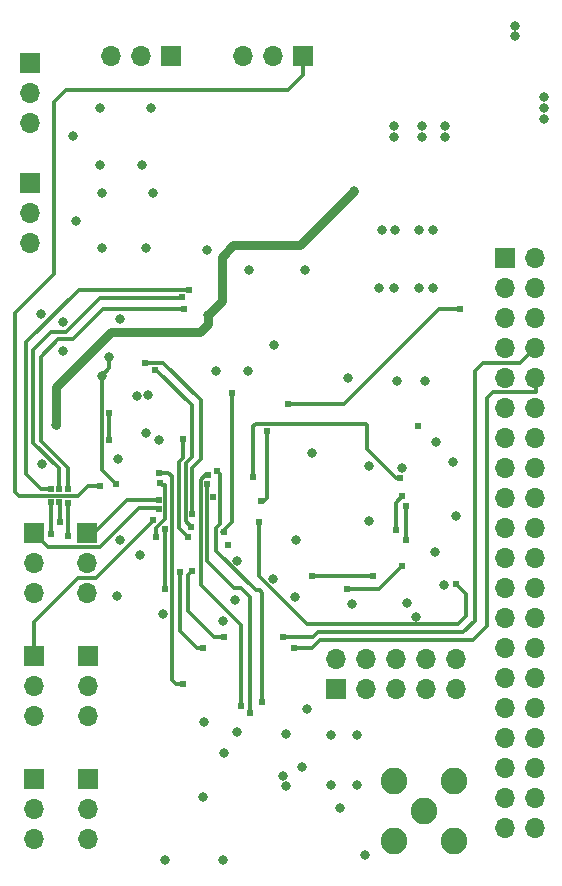
<source format=gbl>
G04 #@! TF.GenerationSoftware,KiCad,Pcbnew,(5.1.6)-1*
G04 #@! TF.CreationDate,2021-10-25T07:34:01+01:00*
G04 #@! TF.ProjectId,Corinthians-Flight-Control-System,436f7269-6e74-4686-9961-6e732d466c69,1*
G04 #@! TF.SameCoordinates,Original*
G04 #@! TF.FileFunction,Copper,L4,Bot*
G04 #@! TF.FilePolarity,Positive*
%FSLAX46Y46*%
G04 Gerber Fmt 4.6, Leading zero omitted, Abs format (unit mm)*
G04 Created by KiCad (PCBNEW (5.1.6)-1) date 2021-10-25 07:34:01*
%MOMM*%
%LPD*%
G01*
G04 APERTURE LIST*
G04 #@! TA.AperFunction,ComponentPad*
%ADD10O,1.700000X1.700000*%
G04 #@! TD*
G04 #@! TA.AperFunction,ComponentPad*
%ADD11R,1.700000X1.700000*%
G04 #@! TD*
G04 #@! TA.AperFunction,ComponentPad*
%ADD12C,2.250000*%
G04 #@! TD*
G04 #@! TA.AperFunction,ViaPad*
%ADD13C,0.800000*%
G04 #@! TD*
G04 #@! TA.AperFunction,ViaPad*
%ADD14C,0.620000*%
G04 #@! TD*
G04 #@! TA.AperFunction,Conductor*
%ADD15C,0.800000*%
G04 #@! TD*
G04 #@! TA.AperFunction,Conductor*
%ADD16C,0.320000*%
G04 #@! TD*
G04 APERTURE END LIST*
D10*
X119532400Y-174904400D03*
X119532400Y-177444400D03*
X116992400Y-174904400D03*
X116992400Y-177444400D03*
X114452400Y-174904400D03*
X114452400Y-177444400D03*
X111912400Y-174904400D03*
X111912400Y-177444400D03*
X109372400Y-174904400D03*
D11*
X109372400Y-177444400D03*
D12*
X119380000Y-185267600D03*
X119380000Y-190347600D03*
X114300000Y-190347600D03*
X114300000Y-185267600D03*
X116840000Y-187807600D03*
D10*
X88392000Y-190195200D03*
X88392000Y-187655200D03*
D11*
X88392000Y-185115200D03*
D10*
X83769200Y-190195200D03*
X83769200Y-187655200D03*
D11*
X83769200Y-185115200D03*
D10*
X88341200Y-179730400D03*
X88341200Y-177190400D03*
D11*
X88341200Y-174650400D03*
D10*
X83769200Y-179730400D03*
X83769200Y-177190400D03*
D11*
X83769200Y-174650400D03*
D10*
X88239600Y-169316400D03*
X88239600Y-166776400D03*
D11*
X88239600Y-164236400D03*
D10*
X83820000Y-169367200D03*
X83820000Y-166827200D03*
D11*
X83820000Y-164287200D03*
D10*
X83413600Y-139750800D03*
X83413600Y-137210800D03*
D11*
X83413600Y-134670800D03*
D10*
X83413600Y-129540000D03*
X83413600Y-127000000D03*
D11*
X83413600Y-124460000D03*
D10*
X90322400Y-123901200D03*
X92862400Y-123901200D03*
D11*
X95402400Y-123901200D03*
D10*
X101447600Y-123901200D03*
X103987600Y-123901200D03*
D11*
X106527600Y-123901200D03*
D10*
X126238000Y-189230000D03*
X123698000Y-189230000D03*
X126238000Y-186690000D03*
X123698000Y-186690000D03*
X126238000Y-184150000D03*
X123698000Y-184150000D03*
X126238000Y-181610000D03*
X123698000Y-181610000D03*
X126238000Y-179070000D03*
X123698000Y-179070000D03*
X126238000Y-176530000D03*
X123698000Y-176530000D03*
X126238000Y-173990000D03*
X123698000Y-173990000D03*
X126238000Y-171450000D03*
X123698000Y-171450000D03*
X126238000Y-168910000D03*
X123698000Y-168910000D03*
X126238000Y-166370000D03*
X123698000Y-166370000D03*
X126238000Y-163830000D03*
X123698000Y-163830000D03*
X126238000Y-161290000D03*
X123698000Y-161290000D03*
X126238000Y-158750000D03*
X123698000Y-158750000D03*
X126238000Y-156210000D03*
X123698000Y-156210000D03*
X126238000Y-153670000D03*
X123698000Y-153670000D03*
X126238000Y-151130000D03*
X123698000Y-151130000D03*
X126238000Y-148590000D03*
X123698000Y-148590000D03*
X126238000Y-146050000D03*
X123698000Y-146050000D03*
X126238000Y-143510000D03*
X123698000Y-143510000D03*
X126238000Y-140970000D03*
D11*
X123698000Y-140970000D03*
D13*
X105968800Y-164896800D03*
X98145600Y-180238400D03*
X98094800Y-186639200D03*
D14*
X116281200Y-155244800D03*
D13*
X108915200Y-181356000D03*
X99161600Y-150520400D03*
X91033600Y-164896800D03*
D14*
X100177600Y-165252400D03*
D13*
X94386400Y-156362400D03*
X107289600Y-157530800D03*
X86258400Y-146405600D03*
X84378800Y-145694400D03*
X84429600Y-158394400D03*
X114554000Y-151434800D03*
X119481600Y-162864800D03*
X110693200Y-170281600D03*
X117703600Y-165912800D03*
X112166400Y-158597600D03*
X110337600Y-151130000D03*
X118618000Y-129794000D03*
X114249200Y-130708400D03*
X118618000Y-130759200D03*
X114249200Y-129794000D03*
X127000000Y-127355600D03*
X127000000Y-128270000D03*
X127000000Y-129235200D03*
X124510800Y-121310400D03*
X124510800Y-122224800D03*
X111810800Y-191566800D03*
X94843600Y-191973200D03*
X99822000Y-191973200D03*
X91033600Y-146151600D03*
X98450400Y-140309600D03*
X102006400Y-141986000D03*
X104140000Y-148386800D03*
X106730800Y-142036800D03*
X89357200Y-128270000D03*
X93675200Y-128270000D03*
X89509600Y-135483600D03*
X93827600Y-135483600D03*
X99872800Y-182880000D03*
X106476800Y-184048400D03*
X111099600Y-181356000D03*
X106934000Y-179171600D03*
X109677200Y-187553600D03*
X105156000Y-185724800D03*
X105105200Y-181254400D03*
X92506800Y-152654000D03*
X93268800Y-155803600D03*
X90830400Y-169570400D03*
X105918000Y-169672000D03*
X104038400Y-168148000D03*
X101904800Y-150520400D03*
X89518600Y-140148200D03*
X93268800Y-140157200D03*
X92913200Y-133096000D03*
X89366200Y-133137800D03*
X117805200Y-156565600D03*
X116128800Y-171399200D03*
X110896400Y-135331200D03*
X98501200Y-145796000D03*
X85648800Y-155143200D03*
D14*
X96164400Y-167589200D03*
X98094800Y-173990000D03*
X105816400Y-173990000D03*
X119837200Y-145288000D03*
X105257600Y-153314400D03*
X97129600Y-167487600D03*
X99872800Y-173075600D03*
X104851200Y-173075600D03*
X90728800Y-160121600D03*
D13*
X90170000Y-149352000D03*
X89509600Y-150977600D03*
D14*
X114960400Y-161137600D03*
X114401600Y-164033200D03*
X97139201Y-162661600D03*
X93167200Y-149860000D03*
X115316000Y-162001200D03*
X115316000Y-164896800D03*
X114935000Y-167106600D03*
X110261400Y-169037000D03*
X94030800Y-150469600D03*
X97078800Y-163728400D03*
X90170000Y-154076400D03*
X90170000Y-156413200D03*
X89357200Y-160274000D03*
X94335600Y-162204400D03*
X94335600Y-161442400D03*
X93878400Y-163169600D03*
X86664800Y-164490400D03*
X86664800Y-161696400D03*
X86664800Y-160578800D03*
X96469200Y-145288000D03*
X85242400Y-164338000D03*
X85191600Y-161645600D03*
X85191600Y-160578800D03*
X96875600Y-143662400D03*
X96316800Y-144322800D03*
X86004400Y-163322000D03*
X85902800Y-161645600D03*
X85902800Y-160578800D03*
X94843600Y-169011600D03*
X94843600Y-163931600D03*
D13*
X114960400Y-158750000D03*
X118465600Y-168656000D03*
D14*
X98958400Y-161188400D03*
D13*
X86207600Y-148894800D03*
X116890800Y-151384000D03*
X119278400Y-158292800D03*
X115366800Y-170230800D03*
X112166400Y-163220400D03*
X116636800Y-130759200D03*
X116636800Y-129794000D03*
X87122000Y-130657600D03*
X87325200Y-137820400D03*
X100990400Y-181152800D03*
X111099600Y-185623200D03*
X108915200Y-185623200D03*
X104851200Y-184861200D03*
X90881200Y-157988000D03*
X93472000Y-152603200D03*
X92760800Y-166116000D03*
X99822000Y-171704000D03*
X100787200Y-169926000D03*
X94742000Y-171094400D03*
X100990400Y-166674800D03*
X114300000Y-143510000D03*
X116382800Y-143510000D03*
X117602000Y-143510000D03*
X113284000Y-138633200D03*
X114350800Y-138633200D03*
X116382800Y-138633200D03*
X117602000Y-138633200D03*
X113030000Y-143510000D03*
D14*
X96367600Y-156311600D03*
X96824800Y-164642800D03*
X100533200Y-152400000D03*
X99872800Y-164185600D03*
X103530400Y-155651200D03*
X102971600Y-161594800D03*
X102108000Y-179527200D03*
X98399600Y-160121600D03*
X101295200Y-178917600D03*
X98501200Y-159359600D03*
X103073200Y-178612800D03*
X99263200Y-159004000D03*
X94081600Y-164642800D03*
X94488000Y-160070800D03*
X96419160Y-177038760D03*
X94386400Y-159156400D03*
X114808000Y-159613600D03*
X102362000Y-159512000D03*
X119532400Y-168605200D03*
X102819200Y-163322000D03*
X112522000Y-167944800D03*
X107340400Y-167944800D03*
D15*
X85648800Y-155143200D02*
X85648800Y-155143200D01*
X90322400Y-147269200D02*
X97332800Y-147269200D01*
X85648800Y-155143200D02*
X85648800Y-151942800D01*
X85648800Y-151942800D02*
X90322400Y-147269200D01*
X97332800Y-147269200D02*
X97536000Y-147269200D01*
X97332800Y-147269200D02*
X97840800Y-147269200D01*
X98501200Y-146608800D02*
X98501200Y-145796000D01*
X97840800Y-147269200D02*
X98501200Y-146608800D01*
X99669600Y-140868400D02*
X99669600Y-144627600D01*
X100634800Y-139903200D02*
X99669600Y-140868400D01*
X110896400Y-135331200D02*
X106324400Y-139903200D01*
X99669600Y-144627600D02*
X98501200Y-145796000D01*
X106324400Y-139903200D02*
X100634800Y-139903200D01*
D16*
X96164400Y-167589200D02*
X96164400Y-171602400D01*
X126288800Y-151180800D02*
X126238000Y-151130000D01*
X108000800Y-173329600D02*
X120954800Y-173329600D01*
X122123200Y-172161200D02*
X122123200Y-152806400D01*
X126288800Y-152298400D02*
X126288800Y-151180800D01*
X122631200Y-152298400D02*
X126288800Y-152298400D01*
X122123200Y-152806400D02*
X122631200Y-152298400D01*
X120954800Y-173329600D02*
X122123200Y-172161200D01*
X119837200Y-145288000D02*
X118059200Y-145288000D01*
X118059200Y-145288000D02*
X110032800Y-153314400D01*
X110032800Y-153314400D02*
X105257600Y-153314400D01*
X105257600Y-153314400D02*
X105257600Y-153314400D01*
X107340400Y-173990000D02*
X108000800Y-173329600D01*
X105816400Y-173990000D02*
X107340400Y-173990000D01*
X98094800Y-173990000D02*
X97586800Y-173990000D01*
X97586800Y-173990000D02*
X96164400Y-172567600D01*
X96164400Y-171602400D02*
X96164400Y-172567600D01*
X96819601Y-167797599D02*
X96819601Y-170835201D01*
X97129600Y-167487600D02*
X96819601Y-167797599D01*
X96819601Y-170835201D02*
X99060000Y-173075600D01*
X99060000Y-173075600D02*
X99872800Y-173075600D01*
X99872800Y-173075600D02*
X99872800Y-173075600D01*
X124917200Y-149910800D02*
X126238000Y-148590000D01*
X121107200Y-150571200D02*
X121767600Y-149910800D01*
X107442000Y-173075600D02*
X107848400Y-172669200D01*
X121107200Y-171704000D02*
X121107200Y-150571200D01*
X121767600Y-149910800D02*
X124917200Y-149910800D01*
X104851200Y-173075600D02*
X107442000Y-173075600D01*
X107848400Y-172669200D02*
X120142000Y-172669200D01*
X120142000Y-172669200D02*
X121107200Y-171704000D01*
X89499999Y-150987201D02*
X89509600Y-150977600D01*
X89499999Y-158943599D02*
X89499999Y-150987201D01*
X90728800Y-160121600D02*
X89550799Y-158943599D01*
X89550799Y-158943599D02*
X89499999Y-158943599D01*
X90170000Y-150317200D02*
X89509600Y-150977600D01*
X90170000Y-149352000D02*
X90170000Y-150317200D01*
X114960400Y-161137600D02*
X114401600Y-161696400D01*
X114401600Y-161696400D02*
X114401600Y-164033200D01*
X114401600Y-164033200D02*
X114401600Y-164033200D01*
X94742000Y-149860000D02*
X93167200Y-149860000D01*
X97891600Y-153009600D02*
X94742000Y-149860000D01*
X97891600Y-158038800D02*
X97891600Y-153009600D01*
X97139201Y-162661600D02*
X97139201Y-158791199D01*
X97139201Y-158791199D02*
X97891600Y-158038800D01*
X115316000Y-162001200D02*
X115316000Y-164896800D01*
X110261400Y-169037000D02*
X110261400Y-169037000D01*
X113004600Y-169037000D02*
X110261400Y-169037000D01*
X114935000Y-167106600D02*
X113004600Y-169037000D01*
X96621600Y-163271200D02*
X96621600Y-158343600D01*
X97078800Y-163728400D02*
X96621600Y-163271200D01*
X96621600Y-158343600D02*
X97139201Y-157825999D01*
X97139201Y-157825999D02*
X97139201Y-153476401D01*
X94132400Y-150469600D02*
X94030800Y-150469600D01*
X97139201Y-153476401D02*
X94132400Y-150469600D01*
X90170000Y-156413200D02*
X90170000Y-156413200D01*
X90170000Y-156413200D02*
X90170000Y-154076400D01*
X88138000Y-160528000D02*
X88138000Y-160528000D01*
X87528400Y-161137600D02*
X88392000Y-160274000D01*
X82499200Y-161137600D02*
X87528400Y-161137600D01*
X82194400Y-160832800D02*
X82499200Y-161137600D01*
X82194400Y-145643600D02*
X82194400Y-160832800D01*
X88392000Y-160274000D02*
X89357200Y-160274000D01*
X85498399Y-142339601D02*
X82194400Y-145643600D01*
X106527600Y-125526800D02*
X105308400Y-126746000D01*
X106527600Y-123901200D02*
X106527600Y-125526800D01*
X105308400Y-126746000D02*
X86512400Y-126746000D01*
X85498399Y-127760001D02*
X85498399Y-142339601D01*
X86512400Y-126746000D02*
X85498399Y-127760001D01*
X89408000Y-165455600D02*
X84988400Y-165455600D01*
X94209602Y-162204400D02*
X94200001Y-162194799D01*
X94200001Y-162194799D02*
X92668801Y-162194799D01*
X84988400Y-165455600D02*
X83820000Y-164287200D01*
X94335600Y-162204400D02*
X94209602Y-162204400D01*
X92668801Y-162194799D02*
X89408000Y-165455600D01*
X88239600Y-164236400D02*
X88696800Y-164236400D01*
X94335600Y-161442400D02*
X91643200Y-161442400D01*
X88849200Y-164236400D02*
X91643200Y-161442400D01*
X88239600Y-164236400D02*
X88849200Y-164236400D01*
X89043201Y-168106399D02*
X93878400Y-163271200D01*
X87468401Y-168106399D02*
X89043201Y-168106399D01*
X83769200Y-174650400D02*
X83769200Y-171805600D01*
X83769200Y-171805600D02*
X87468401Y-168106399D01*
X86664800Y-163728400D02*
X86664800Y-161696400D01*
X86664800Y-161696400D02*
X86664800Y-161696400D01*
X86664800Y-163728400D02*
X86664800Y-164490400D01*
X94335600Y-145288000D02*
X95148400Y-145288000D01*
X89662000Y-145288000D02*
X94284800Y-145288000D01*
X87071200Y-147878800D02*
X89662000Y-145288000D01*
X86664800Y-158800800D02*
X84378800Y-156514800D01*
X86664800Y-160578800D02*
X86664800Y-158800800D01*
X84378800Y-149352000D02*
X85852000Y-147878800D01*
X84378800Y-156514800D02*
X84378800Y-149352000D01*
X85852000Y-147878800D02*
X87071200Y-147878800D01*
X95148400Y-145288000D02*
X96469200Y-145288000D01*
X85242400Y-161696400D02*
X85191600Y-161645600D01*
X85242400Y-163728400D02*
X85242400Y-161696400D01*
X87579200Y-143662400D02*
X95758000Y-143662400D01*
X83108800Y-148132800D02*
X87579200Y-143662400D01*
X83515200Y-159715200D02*
X83515200Y-159664400D01*
X84378800Y-160578800D02*
X83515200Y-159715200D01*
X85191600Y-160578800D02*
X84378800Y-160578800D01*
X83108800Y-159258000D02*
X83108800Y-148132800D01*
X83515200Y-159664400D02*
X83108800Y-159258000D01*
X85242400Y-163728400D02*
X85242400Y-164338000D01*
X95758000Y-143662400D02*
X96875600Y-143662400D01*
X86004400Y-163322000D02*
X86004400Y-161899600D01*
X86004400Y-161696400D02*
X85852000Y-161544000D01*
X86004400Y-161696400D02*
X86004400Y-161696400D01*
X96266000Y-144373600D02*
X96316800Y-144322800D01*
X89408000Y-144373600D02*
X96266000Y-144373600D01*
X86512400Y-147269200D02*
X89408000Y-144373600D01*
X85902800Y-158800800D02*
X83718400Y-156616400D01*
X83718400Y-148742400D02*
X85191600Y-147269200D01*
X85902800Y-160578800D02*
X85902800Y-158800800D01*
X83718400Y-156616400D02*
X83718400Y-148742400D01*
X85191600Y-147269200D02*
X86512400Y-147269200D01*
X94843600Y-169011600D02*
X94843600Y-163931600D01*
X94843600Y-163931600D02*
X94843600Y-163931600D01*
X96367600Y-156311600D02*
X96367600Y-157932906D01*
X96367600Y-157932906D02*
X96073201Y-158227305D01*
X96073201Y-163891201D02*
X96824800Y-164642800D01*
X96073201Y-163840401D02*
X96073201Y-163891201D01*
X96073201Y-158227305D02*
X96073201Y-163840401D01*
X99720400Y-164185600D02*
X99720400Y-164185600D01*
X99872800Y-164033200D02*
X99872800Y-164185600D01*
X100533200Y-152400000D02*
X100533200Y-163372800D01*
X100533200Y-163372800D02*
X99872800Y-164033200D01*
X103530400Y-155651200D02*
X103530400Y-160731200D01*
X102971600Y-161594800D02*
X103225600Y-161594800D01*
X103530400Y-161290000D02*
X103530400Y-160731200D01*
X103225600Y-161594800D02*
X103530400Y-161290000D01*
X102108000Y-169722800D02*
X102108000Y-179527200D01*
X101295200Y-168910000D02*
X102108000Y-169722800D01*
X100685600Y-168910000D02*
X101295200Y-168910000D01*
X98399600Y-160121600D02*
X98399600Y-166624000D01*
X98399600Y-166624000D02*
X100685600Y-168910000D01*
X101291282Y-172055682D02*
X97891600Y-168656000D01*
X101291282Y-177546000D02*
X101291282Y-172055682D01*
X101295200Y-177549918D02*
X101291282Y-177546000D01*
X101295200Y-178917600D02*
X101295200Y-177549918D01*
X98298000Y-159359600D02*
X97891600Y-159766000D01*
X97891600Y-168656000D02*
X97891600Y-159766000D01*
X98501200Y-159359600D02*
X98298000Y-159359600D01*
X99505190Y-163486410D02*
X99505190Y-159245990D01*
X99161600Y-163830000D02*
X99505190Y-163486410D01*
X103073200Y-169316400D02*
X102893081Y-169136281D01*
X103073200Y-178612800D02*
X103073200Y-169316400D01*
X102893081Y-169136281D02*
X102542119Y-169136281D01*
X99505190Y-159245990D02*
X99263200Y-159004000D01*
X102542119Y-169136281D02*
X99161600Y-165755762D01*
X99161600Y-165755762D02*
X99161600Y-163830000D01*
X94640400Y-160223200D02*
X94488000Y-160070800D01*
X94894400Y-160223200D02*
X94640400Y-160223200D01*
X94081600Y-164642800D02*
X94081600Y-163880800D01*
X94894400Y-163068000D02*
X94894400Y-160223200D01*
X94081600Y-163880800D02*
X94894400Y-163068000D01*
X95453200Y-160070800D02*
X95453200Y-160070800D01*
X95148400Y-159156400D02*
X94386400Y-159156400D01*
X95453200Y-176733200D02*
X95453200Y-159461200D01*
X95453200Y-159461200D02*
X95148400Y-159156400D01*
X96419160Y-177038760D02*
X95758760Y-177038760D01*
X95758760Y-177038760D02*
X95453200Y-176733200D01*
X111937800Y-157149800D02*
X114401600Y-159613600D01*
X114401600Y-159613600D02*
X114808000Y-159613600D01*
X102362000Y-155244800D02*
X102565200Y-155041600D01*
X102565200Y-155041600D02*
X111861600Y-155041600D01*
X111937800Y-155117800D02*
X111937800Y-157149800D01*
X102362000Y-159512000D02*
X102362000Y-155244800D01*
X111861600Y-155041600D02*
X111937800Y-155117800D01*
X120396000Y-169468800D02*
X119532400Y-168605200D01*
X102819200Y-167944800D02*
X106883200Y-172008800D01*
X102819200Y-163322000D02*
X102819200Y-167944800D01*
X106883200Y-172008800D02*
X119684800Y-172008800D01*
X119684800Y-172008800D02*
X120396000Y-171297600D01*
X120396000Y-171297600D02*
X120396000Y-169468800D01*
X111658400Y-167944800D02*
X107340400Y-167944800D01*
X111658400Y-167944800D02*
X112522000Y-167944800D01*
M02*

</source>
